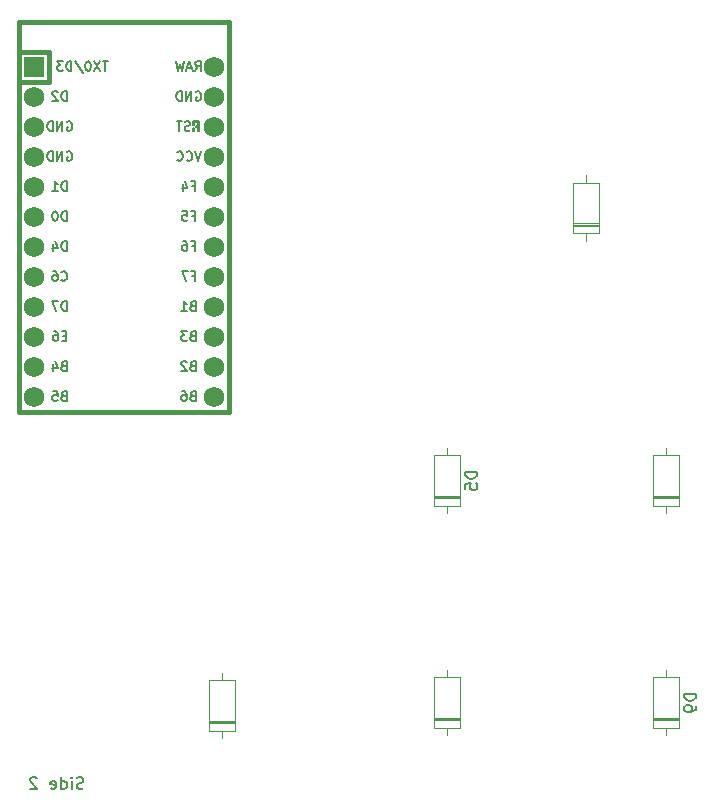
<source format=gbr>
%TF.GenerationSoftware,KiCad,Pcbnew,(6.0.0-rc1-291-g863699f2d1)*%
%TF.CreationDate,2021-12-02T17:31:09-06:00*%
%TF.ProjectId,Kinetic.Pad,4b696e65-7469-4632-9e50-61642e6b6963,rev?*%
%TF.SameCoordinates,Original*%
%TF.FileFunction,Legend,Bot*%
%TF.FilePolarity,Positive*%
%FSLAX46Y46*%
G04 Gerber Fmt 4.6, Leading zero omitted, Abs format (unit mm)*
G04 Created by KiCad (PCBNEW (6.0.0-rc1-291-g863699f2d1)) date 2021-12-02 17:31:09*
%MOMM*%
%LPD*%
G01*
G04 APERTURE LIST*
%ADD10C,0.150000*%
%ADD11C,0.381000*%
%ADD12C,0.120000*%
%ADD13R,1.752600X1.752600*%
%ADD14C,1.752600*%
G04 APERTURE END LIST*
D10*
X214986904Y-83589761D02*
X214844047Y-83637380D01*
X214605952Y-83637380D01*
X214510714Y-83589761D01*
X214463095Y-83542142D01*
X214415476Y-83446904D01*
X214415476Y-83351666D01*
X214463095Y-83256428D01*
X214510714Y-83208809D01*
X214605952Y-83161190D01*
X214796428Y-83113571D01*
X214891666Y-83065952D01*
X214939285Y-83018333D01*
X214986904Y-82923095D01*
X214986904Y-82827857D01*
X214939285Y-82732619D01*
X214891666Y-82685000D01*
X214796428Y-82637380D01*
X214558333Y-82637380D01*
X214415476Y-82685000D01*
X213986904Y-83637380D02*
X213986904Y-82970714D01*
X213986904Y-82637380D02*
X214034523Y-82685000D01*
X213986904Y-82732619D01*
X213939285Y-82685000D01*
X213986904Y-82637380D01*
X213986904Y-82732619D01*
X213082142Y-83637380D02*
X213082142Y-82637380D01*
X213082142Y-83589761D02*
X213177380Y-83637380D01*
X213367857Y-83637380D01*
X213463095Y-83589761D01*
X213510714Y-83542142D01*
X213558333Y-83446904D01*
X213558333Y-83161190D01*
X213510714Y-83065952D01*
X213463095Y-83018333D01*
X213367857Y-82970714D01*
X213177380Y-82970714D01*
X213082142Y-83018333D01*
X212225000Y-83589761D02*
X212320238Y-83637380D01*
X212510714Y-83637380D01*
X212605952Y-83589761D01*
X212653571Y-83494523D01*
X212653571Y-83113571D01*
X212605952Y-83018333D01*
X212510714Y-82970714D01*
X212320238Y-82970714D01*
X212225000Y-83018333D01*
X212177380Y-83113571D01*
X212177380Y-83208809D01*
X212653571Y-83304047D01*
X211034523Y-82732619D02*
X210986904Y-82685000D01*
X210891666Y-82637380D01*
X210653571Y-82637380D01*
X210558333Y-82685000D01*
X210510714Y-82732619D01*
X210463095Y-82827857D01*
X210463095Y-82923095D01*
X210510714Y-83065952D01*
X211082142Y-83637380D01*
X210463095Y-83637380D01*
%TO.C,U1*%
X224224809Y-50361857D02*
X224110523Y-50399952D01*
X224072428Y-50438047D01*
X224034333Y-50514238D01*
X224034333Y-50628523D01*
X224072428Y-50704714D01*
X224110523Y-50742809D01*
X224186714Y-50780904D01*
X224491476Y-50780904D01*
X224491476Y-49980904D01*
X224224809Y-49980904D01*
X224148619Y-50019000D01*
X224110523Y-50057095D01*
X224072428Y-50133285D01*
X224072428Y-50209476D01*
X224110523Y-50285666D01*
X224148619Y-50323761D01*
X224224809Y-50361857D01*
X224491476Y-50361857D01*
X223348619Y-49980904D02*
X223501000Y-49980904D01*
X223577190Y-50019000D01*
X223615285Y-50057095D01*
X223691476Y-50171380D01*
X223729571Y-50323761D01*
X223729571Y-50628523D01*
X223691476Y-50704714D01*
X223653380Y-50742809D01*
X223577190Y-50780904D01*
X223424809Y-50780904D01*
X223348619Y-50742809D01*
X223310523Y-50704714D01*
X223272428Y-50628523D01*
X223272428Y-50438047D01*
X223310523Y-50361857D01*
X223348619Y-50323761D01*
X223424809Y-50285666D01*
X223577190Y-50285666D01*
X223653380Y-50323761D01*
X223691476Y-50361857D01*
X223729571Y-50438047D01*
X224967666Y-29660904D02*
X224701000Y-30460904D01*
X224434333Y-29660904D01*
X223710523Y-30384714D02*
X223748619Y-30422809D01*
X223862904Y-30460904D01*
X223939095Y-30460904D01*
X224053380Y-30422809D01*
X224129571Y-30346619D01*
X224167666Y-30270428D01*
X224205761Y-30118047D01*
X224205761Y-30003761D01*
X224167666Y-29851380D01*
X224129571Y-29775190D01*
X224053380Y-29699000D01*
X223939095Y-29660904D01*
X223862904Y-29660904D01*
X223748619Y-29699000D01*
X223710523Y-29737095D01*
X222910523Y-30384714D02*
X222948619Y-30422809D01*
X223062904Y-30460904D01*
X223139095Y-30460904D01*
X223253380Y-30422809D01*
X223329571Y-30346619D01*
X223367666Y-30270428D01*
X223405761Y-30118047D01*
X223405761Y-30003761D01*
X223367666Y-29851380D01*
X223329571Y-29775190D01*
X223253380Y-29699000D01*
X223139095Y-29660904D01*
X223062904Y-29660904D01*
X222948619Y-29699000D01*
X222910523Y-29737095D01*
X213569476Y-33000904D02*
X213569476Y-32200904D01*
X213379000Y-32200904D01*
X213264714Y-32239000D01*
X213188523Y-32315190D01*
X213150428Y-32391380D01*
X213112333Y-32543761D01*
X213112333Y-32658047D01*
X213150428Y-32810428D01*
X213188523Y-32886619D01*
X213264714Y-32962809D01*
X213379000Y-33000904D01*
X213569476Y-33000904D01*
X212350428Y-33000904D02*
X212807571Y-33000904D01*
X212579000Y-33000904D02*
X212579000Y-32200904D01*
X212655190Y-32315190D01*
X212731380Y-32391380D01*
X212807571Y-32429476D01*
X213112333Y-40544714D02*
X213150428Y-40582809D01*
X213264714Y-40620904D01*
X213340904Y-40620904D01*
X213455190Y-40582809D01*
X213531380Y-40506619D01*
X213569476Y-40430428D01*
X213607571Y-40278047D01*
X213607571Y-40163761D01*
X213569476Y-40011380D01*
X213531380Y-39935190D01*
X213455190Y-39859000D01*
X213340904Y-39820904D01*
X213264714Y-39820904D01*
X213150428Y-39859000D01*
X213112333Y-39897095D01*
X212426619Y-39820904D02*
X212579000Y-39820904D01*
X212655190Y-39859000D01*
X212693285Y-39897095D01*
X212769476Y-40011380D01*
X212807571Y-40163761D01*
X212807571Y-40468523D01*
X212769476Y-40544714D01*
X212731380Y-40582809D01*
X212655190Y-40620904D01*
X212502809Y-40620904D01*
X212426619Y-40582809D01*
X212388523Y-40544714D01*
X212350428Y-40468523D01*
X212350428Y-40278047D01*
X212388523Y-40201857D01*
X212426619Y-40163761D01*
X212502809Y-40125666D01*
X212655190Y-40125666D01*
X212731380Y-40163761D01*
X212769476Y-40201857D01*
X212807571Y-40278047D01*
X224167666Y-32581857D02*
X224434333Y-32581857D01*
X224434333Y-33000904D02*
X224434333Y-32200904D01*
X224053380Y-32200904D01*
X223405761Y-32467571D02*
X223405761Y-33000904D01*
X223596238Y-32162809D02*
X223786714Y-32734238D01*
X223291476Y-32734238D01*
X224167666Y-40201857D02*
X224434333Y-40201857D01*
X224434333Y-40620904D02*
X224434333Y-39820904D01*
X224053380Y-39820904D01*
X223824809Y-39820904D02*
X223291476Y-39820904D01*
X223634333Y-40620904D01*
X213569476Y-25380904D02*
X213569476Y-24580904D01*
X213379000Y-24580904D01*
X213264714Y-24619000D01*
X213188523Y-24695190D01*
X213150428Y-24771380D01*
X213112333Y-24923761D01*
X213112333Y-25038047D01*
X213150428Y-25190428D01*
X213188523Y-25266619D01*
X213264714Y-25342809D01*
X213379000Y-25380904D01*
X213569476Y-25380904D01*
X212807571Y-24657095D02*
X212769476Y-24619000D01*
X212693285Y-24580904D01*
X212502809Y-24580904D01*
X212426619Y-24619000D01*
X212388523Y-24657095D01*
X212350428Y-24733285D01*
X212350428Y-24809476D01*
X212388523Y-24923761D01*
X212845666Y-25380904D01*
X212350428Y-25380904D01*
X213569476Y-43160904D02*
X213569476Y-42360904D01*
X213379000Y-42360904D01*
X213264714Y-42399000D01*
X213188523Y-42475190D01*
X213150428Y-42551380D01*
X213112333Y-42703761D01*
X213112333Y-42818047D01*
X213150428Y-42970428D01*
X213188523Y-43046619D01*
X213264714Y-43122809D01*
X213379000Y-43160904D01*
X213569476Y-43160904D01*
X212845666Y-42360904D02*
X212312333Y-42360904D01*
X212655190Y-43160904D01*
X213588523Y-29699000D02*
X213664714Y-29660904D01*
X213779000Y-29660904D01*
X213893285Y-29699000D01*
X213969476Y-29775190D01*
X214007571Y-29851380D01*
X214045666Y-30003761D01*
X214045666Y-30118047D01*
X214007571Y-30270428D01*
X213969476Y-30346619D01*
X213893285Y-30422809D01*
X213779000Y-30460904D01*
X213702809Y-30460904D01*
X213588523Y-30422809D01*
X213550428Y-30384714D01*
X213550428Y-30118047D01*
X213702809Y-30118047D01*
X213207571Y-30460904D02*
X213207571Y-29660904D01*
X212750428Y-30460904D01*
X212750428Y-29660904D01*
X212369476Y-30460904D02*
X212369476Y-29660904D01*
X212179000Y-29660904D01*
X212064714Y-29699000D01*
X211988523Y-29775190D01*
X211950428Y-29851380D01*
X211912333Y-30003761D01*
X211912333Y-30118047D01*
X211950428Y-30270428D01*
X211988523Y-30346619D01*
X212064714Y-30422809D01*
X212179000Y-30460904D01*
X212369476Y-30460904D01*
X217058604Y-22040904D02*
X216601461Y-22040904D01*
X216830032Y-22840904D02*
X216830032Y-22040904D01*
X216410985Y-22040904D02*
X215877651Y-22840904D01*
X215877651Y-22040904D02*
X216410985Y-22840904D01*
X215420508Y-22040904D02*
X215344318Y-22040904D01*
X215268128Y-22079000D01*
X215230032Y-22117095D01*
X215191937Y-22193285D01*
X215153842Y-22345666D01*
X215153842Y-22536142D01*
X215191937Y-22688523D01*
X215230032Y-22764714D01*
X215268128Y-22802809D01*
X215344318Y-22840904D01*
X215420508Y-22840904D01*
X215496699Y-22802809D01*
X215534794Y-22764714D01*
X215572889Y-22688523D01*
X215610985Y-22536142D01*
X215610985Y-22345666D01*
X215572889Y-22193285D01*
X215534794Y-22117095D01*
X215496699Y-22079000D01*
X215420508Y-22040904D01*
X214239556Y-22002809D02*
X214925270Y-23031380D01*
X213972889Y-22840904D02*
X213972889Y-22040904D01*
X213782413Y-22040904D01*
X213668128Y-22079000D01*
X213591937Y-22155190D01*
X213553842Y-22231380D01*
X213515747Y-22383761D01*
X213515747Y-22498047D01*
X213553842Y-22650428D01*
X213591937Y-22726619D01*
X213668128Y-22802809D01*
X213782413Y-22840904D01*
X213972889Y-22840904D01*
X213249080Y-22040904D02*
X212753842Y-22040904D01*
X213020508Y-22345666D01*
X212906223Y-22345666D01*
X212830032Y-22383761D01*
X212791937Y-22421857D01*
X212753842Y-22498047D01*
X212753842Y-22688523D01*
X212791937Y-22764714D01*
X212830032Y-22802809D01*
X212906223Y-22840904D01*
X213134794Y-22840904D01*
X213210985Y-22802809D01*
X213249080Y-22764714D01*
X224510523Y-24619000D02*
X224586714Y-24580904D01*
X224701000Y-24580904D01*
X224815285Y-24619000D01*
X224891476Y-24695190D01*
X224929571Y-24771380D01*
X224967666Y-24923761D01*
X224967666Y-25038047D01*
X224929571Y-25190428D01*
X224891476Y-25266619D01*
X224815285Y-25342809D01*
X224701000Y-25380904D01*
X224624809Y-25380904D01*
X224510523Y-25342809D01*
X224472428Y-25304714D01*
X224472428Y-25038047D01*
X224624809Y-25038047D01*
X224129571Y-25380904D02*
X224129571Y-24580904D01*
X223672428Y-25380904D01*
X223672428Y-24580904D01*
X223291476Y-25380904D02*
X223291476Y-24580904D01*
X223101000Y-24580904D01*
X222986714Y-24619000D01*
X222910523Y-24695190D01*
X222872428Y-24771380D01*
X222834333Y-24923761D01*
X222834333Y-25038047D01*
X222872428Y-25190428D01*
X222910523Y-25266619D01*
X222986714Y-25342809D01*
X223101000Y-25380904D01*
X223291476Y-25380904D01*
X213569476Y-35540904D02*
X213569476Y-34740904D01*
X213379000Y-34740904D01*
X213264714Y-34779000D01*
X213188523Y-34855190D01*
X213150428Y-34931380D01*
X213112333Y-35083761D01*
X213112333Y-35198047D01*
X213150428Y-35350428D01*
X213188523Y-35426619D01*
X213264714Y-35502809D01*
X213379000Y-35540904D01*
X213569476Y-35540904D01*
X212617095Y-34740904D02*
X212540904Y-34740904D01*
X212464714Y-34779000D01*
X212426619Y-34817095D01*
X212388523Y-34893285D01*
X212350428Y-35045666D01*
X212350428Y-35236142D01*
X212388523Y-35388523D01*
X212426619Y-35464714D01*
X212464714Y-35502809D01*
X212540904Y-35540904D01*
X212617095Y-35540904D01*
X212693285Y-35502809D01*
X212731380Y-35464714D01*
X212769476Y-35388523D01*
X212807571Y-35236142D01*
X212807571Y-35045666D01*
X212769476Y-34893285D01*
X212731380Y-34817095D01*
X212693285Y-34779000D01*
X212617095Y-34740904D01*
X213302809Y-50361857D02*
X213188523Y-50399952D01*
X213150428Y-50438047D01*
X213112333Y-50514238D01*
X213112333Y-50628523D01*
X213150428Y-50704714D01*
X213188523Y-50742809D01*
X213264714Y-50780904D01*
X213569476Y-50780904D01*
X213569476Y-49980904D01*
X213302809Y-49980904D01*
X213226619Y-50019000D01*
X213188523Y-50057095D01*
X213150428Y-50133285D01*
X213150428Y-50209476D01*
X213188523Y-50285666D01*
X213226619Y-50323761D01*
X213302809Y-50361857D01*
X213569476Y-50361857D01*
X212388523Y-49980904D02*
X212769476Y-49980904D01*
X212807571Y-50361857D01*
X212769476Y-50323761D01*
X212693285Y-50285666D01*
X212502809Y-50285666D01*
X212426619Y-50323761D01*
X212388523Y-50361857D01*
X212350428Y-50438047D01*
X212350428Y-50628523D01*
X212388523Y-50704714D01*
X212426619Y-50742809D01*
X212502809Y-50780904D01*
X212693285Y-50780904D01*
X212769476Y-50742809D01*
X212807571Y-50704714D01*
X213588523Y-27159000D02*
X213664714Y-27120904D01*
X213779000Y-27120904D01*
X213893285Y-27159000D01*
X213969476Y-27235190D01*
X214007571Y-27311380D01*
X214045666Y-27463761D01*
X214045666Y-27578047D01*
X214007571Y-27730428D01*
X213969476Y-27806619D01*
X213893285Y-27882809D01*
X213779000Y-27920904D01*
X213702809Y-27920904D01*
X213588523Y-27882809D01*
X213550428Y-27844714D01*
X213550428Y-27578047D01*
X213702809Y-27578047D01*
X213207571Y-27920904D02*
X213207571Y-27120904D01*
X212750428Y-27920904D01*
X212750428Y-27120904D01*
X212369476Y-27920904D02*
X212369476Y-27120904D01*
X212179000Y-27120904D01*
X212064714Y-27159000D01*
X211988523Y-27235190D01*
X211950428Y-27311380D01*
X211912333Y-27463761D01*
X211912333Y-27578047D01*
X211950428Y-27730428D01*
X211988523Y-27806619D01*
X212064714Y-27882809D01*
X212179000Y-27920904D01*
X212369476Y-27920904D01*
X224453380Y-22840904D02*
X224720047Y-22459952D01*
X224910523Y-22840904D02*
X224910523Y-22040904D01*
X224605761Y-22040904D01*
X224529571Y-22079000D01*
X224491476Y-22117095D01*
X224453380Y-22193285D01*
X224453380Y-22307571D01*
X224491476Y-22383761D01*
X224529571Y-22421857D01*
X224605761Y-22459952D01*
X224910523Y-22459952D01*
X224148619Y-22612333D02*
X223767666Y-22612333D01*
X224224809Y-22840904D02*
X223958142Y-22040904D01*
X223691476Y-22840904D01*
X223501000Y-22040904D02*
X223310523Y-22840904D01*
X223158142Y-22269476D01*
X223005761Y-22840904D01*
X222815285Y-22040904D01*
X224224809Y-45281857D02*
X224110523Y-45319952D01*
X224072428Y-45358047D01*
X224034333Y-45434238D01*
X224034333Y-45548523D01*
X224072428Y-45624714D01*
X224110523Y-45662809D01*
X224186714Y-45700904D01*
X224491476Y-45700904D01*
X224491476Y-44900904D01*
X224224809Y-44900904D01*
X224148619Y-44939000D01*
X224110523Y-44977095D01*
X224072428Y-45053285D01*
X224072428Y-45129476D01*
X224110523Y-45205666D01*
X224148619Y-45243761D01*
X224224809Y-45281857D01*
X224491476Y-45281857D01*
X223767666Y-44900904D02*
X223272428Y-44900904D01*
X223539095Y-45205666D01*
X223424809Y-45205666D01*
X223348619Y-45243761D01*
X223310523Y-45281857D01*
X223272428Y-45358047D01*
X223272428Y-45548523D01*
X223310523Y-45624714D01*
X223348619Y-45662809D01*
X223424809Y-45700904D01*
X223653380Y-45700904D01*
X223729571Y-45662809D01*
X223767666Y-45624714D01*
X224167666Y-35121857D02*
X224434333Y-35121857D01*
X224434333Y-35540904D02*
X224434333Y-34740904D01*
X224053380Y-34740904D01*
X223367666Y-34740904D02*
X223748619Y-34740904D01*
X223786714Y-35121857D01*
X223748619Y-35083761D01*
X223672428Y-35045666D01*
X223481952Y-35045666D01*
X223405761Y-35083761D01*
X223367666Y-35121857D01*
X223329571Y-35198047D01*
X223329571Y-35388523D01*
X223367666Y-35464714D01*
X223405761Y-35502809D01*
X223481952Y-35540904D01*
X223672428Y-35540904D01*
X223748619Y-35502809D01*
X223786714Y-35464714D01*
X224224809Y-47821857D02*
X224110523Y-47859952D01*
X224072428Y-47898047D01*
X224034333Y-47974238D01*
X224034333Y-48088523D01*
X224072428Y-48164714D01*
X224110523Y-48202809D01*
X224186714Y-48240904D01*
X224491476Y-48240904D01*
X224491476Y-47440904D01*
X224224809Y-47440904D01*
X224148619Y-47479000D01*
X224110523Y-47517095D01*
X224072428Y-47593285D01*
X224072428Y-47669476D01*
X224110523Y-47745666D01*
X224148619Y-47783761D01*
X224224809Y-47821857D01*
X224491476Y-47821857D01*
X223729571Y-47517095D02*
X223691476Y-47479000D01*
X223615285Y-47440904D01*
X223424809Y-47440904D01*
X223348619Y-47479000D01*
X223310523Y-47517095D01*
X223272428Y-47593285D01*
X223272428Y-47669476D01*
X223310523Y-47783761D01*
X223767666Y-48240904D01*
X223272428Y-48240904D01*
X224167666Y-37661857D02*
X224434333Y-37661857D01*
X224434333Y-38080904D02*
X224434333Y-37280904D01*
X224053380Y-37280904D01*
X223405761Y-37280904D02*
X223558142Y-37280904D01*
X223634333Y-37319000D01*
X223672428Y-37357095D01*
X223748619Y-37471380D01*
X223786714Y-37623761D01*
X223786714Y-37928523D01*
X223748619Y-38004714D01*
X223710523Y-38042809D01*
X223634333Y-38080904D01*
X223481952Y-38080904D01*
X223405761Y-38042809D01*
X223367666Y-38004714D01*
X223329571Y-37928523D01*
X223329571Y-37738047D01*
X223367666Y-37661857D01*
X223405761Y-37623761D01*
X223481952Y-37585666D01*
X223634333Y-37585666D01*
X223710523Y-37623761D01*
X223748619Y-37661857D01*
X223786714Y-37738047D01*
X213569476Y-38080904D02*
X213569476Y-37280904D01*
X213379000Y-37280904D01*
X213264714Y-37319000D01*
X213188523Y-37395190D01*
X213150428Y-37471380D01*
X213112333Y-37623761D01*
X213112333Y-37738047D01*
X213150428Y-37890428D01*
X213188523Y-37966619D01*
X213264714Y-38042809D01*
X213379000Y-38080904D01*
X213569476Y-38080904D01*
X212426619Y-37547571D02*
X212426619Y-38080904D01*
X212617095Y-37242809D02*
X212807571Y-37814238D01*
X212312333Y-37814238D01*
X224224809Y-42741857D02*
X224110523Y-42779952D01*
X224072428Y-42818047D01*
X224034333Y-42894238D01*
X224034333Y-43008523D01*
X224072428Y-43084714D01*
X224110523Y-43122809D01*
X224186714Y-43160904D01*
X224491476Y-43160904D01*
X224491476Y-42360904D01*
X224224809Y-42360904D01*
X224148619Y-42399000D01*
X224110523Y-42437095D01*
X224072428Y-42513285D01*
X224072428Y-42589476D01*
X224110523Y-42665666D01*
X224148619Y-42703761D01*
X224224809Y-42741857D01*
X224491476Y-42741857D01*
X223272428Y-43160904D02*
X223729571Y-43160904D01*
X223501000Y-43160904D02*
X223501000Y-42360904D01*
X223577190Y-42475190D01*
X223653380Y-42551380D01*
X223729571Y-42589476D01*
X213531380Y-45281857D02*
X213264714Y-45281857D01*
X213150428Y-45700904D02*
X213531380Y-45700904D01*
X213531380Y-44900904D01*
X213150428Y-44900904D01*
X212464714Y-44900904D02*
X212617095Y-44900904D01*
X212693285Y-44939000D01*
X212731380Y-44977095D01*
X212807571Y-45091380D01*
X212845666Y-45243761D01*
X212845666Y-45548523D01*
X212807571Y-45624714D01*
X212769476Y-45662809D01*
X212693285Y-45700904D01*
X212540904Y-45700904D01*
X212464714Y-45662809D01*
X212426619Y-45624714D01*
X212388523Y-45548523D01*
X212388523Y-45358047D01*
X212426619Y-45281857D01*
X212464714Y-45243761D01*
X212540904Y-45205666D01*
X212693285Y-45205666D01*
X212769476Y-45243761D01*
X212807571Y-45281857D01*
X212845666Y-45358047D01*
X213302809Y-47821857D02*
X213188523Y-47859952D01*
X213150428Y-47898047D01*
X213112333Y-47974238D01*
X213112333Y-48088523D01*
X213150428Y-48164714D01*
X213188523Y-48202809D01*
X213264714Y-48240904D01*
X213569476Y-48240904D01*
X213569476Y-47440904D01*
X213302809Y-47440904D01*
X213226619Y-47479000D01*
X213188523Y-47517095D01*
X213150428Y-47593285D01*
X213150428Y-47669476D01*
X213188523Y-47745666D01*
X213226619Y-47783761D01*
X213302809Y-47821857D01*
X213569476Y-47821857D01*
X212426619Y-47707571D02*
X212426619Y-48240904D01*
X212617095Y-47402809D02*
X212807571Y-47974238D01*
X212312333Y-47974238D01*
X224013333Y-27862809D02*
X223899047Y-27900904D01*
X223708571Y-27900904D01*
X223632380Y-27862809D01*
X223594285Y-27824714D01*
X223556190Y-27748523D01*
X223556190Y-27672333D01*
X223594285Y-27596142D01*
X223632380Y-27558047D01*
X223708571Y-27519952D01*
X223860952Y-27481857D01*
X223937142Y-27443761D01*
X223975238Y-27405666D01*
X224013333Y-27329476D01*
X224013333Y-27253285D01*
X223975238Y-27177095D01*
X223937142Y-27139000D01*
X223860952Y-27100904D01*
X223670476Y-27100904D01*
X223556190Y-27139000D01*
X223327619Y-27100904D02*
X222870476Y-27100904D01*
X223099047Y-27900904D02*
X223099047Y-27100904D01*
%TO.C,D5*%
X248317380Y-56792904D02*
X247317380Y-56792904D01*
X247317380Y-57031000D01*
X247365000Y-57173857D01*
X247460238Y-57269095D01*
X247555476Y-57316714D01*
X247745952Y-57364333D01*
X247888809Y-57364333D01*
X248079285Y-57316714D01*
X248174523Y-57269095D01*
X248269761Y-57173857D01*
X248317380Y-57031000D01*
X248317380Y-56792904D01*
X247317380Y-58269095D02*
X247317380Y-57792904D01*
X247793571Y-57745285D01*
X247745952Y-57792904D01*
X247698333Y-57888142D01*
X247698333Y-58126238D01*
X247745952Y-58221476D01*
X247793571Y-58269095D01*
X247888809Y-58316714D01*
X248126904Y-58316714D01*
X248222142Y-58269095D01*
X248269761Y-58221476D01*
X248317380Y-58126238D01*
X248317380Y-57888142D01*
X248269761Y-57792904D01*
X248222142Y-57745285D01*
%TO.C,D9*%
X266859380Y-75588904D02*
X265859380Y-75588904D01*
X265859380Y-75827000D01*
X265907000Y-75969857D01*
X266002238Y-76065095D01*
X266097476Y-76112714D01*
X266287952Y-76160333D01*
X266430809Y-76160333D01*
X266621285Y-76112714D01*
X266716523Y-76065095D01*
X266811761Y-75969857D01*
X266859380Y-75827000D01*
X266859380Y-75588904D01*
X266859380Y-76636523D02*
X266859380Y-76827000D01*
X266811761Y-76922238D01*
X266764142Y-76969857D01*
X266621285Y-77065095D01*
X266430809Y-77112714D01*
X266049857Y-77112714D01*
X265954619Y-77065095D01*
X265907000Y-77017476D01*
X265859380Y-76922238D01*
X265859380Y-76731761D01*
X265907000Y-76636523D01*
X265954619Y-76588904D01*
X266049857Y-76541285D01*
X266287952Y-76541285D01*
X266383190Y-76588904D01*
X266430809Y-76636523D01*
X266478428Y-76731761D01*
X266478428Y-76922238D01*
X266430809Y-77017476D01*
X266383190Y-77065095D01*
X266287952Y-77112714D01*
D11*
%TO.C,U1*%
X209550000Y-18669000D02*
X209550000Y-51689000D01*
X227330000Y-51689000D02*
X227330000Y-18669000D01*
X212090000Y-21209000D02*
X212090000Y-23749000D01*
X227330000Y-18669000D02*
X209550000Y-18669000D01*
X209550000Y-51689000D02*
X227330000Y-51689000D01*
X212090000Y-21209000D02*
X209550000Y-21209000D01*
X212090000Y-23749000D02*
X209550000Y-23749000D01*
D10*
X224284635Y-27098030D02*
X224284635Y-27398030D01*
X224284635Y-27398030D02*
X224384635Y-27398030D01*
X224384635Y-27398030D02*
X224384635Y-27098030D01*
X224384635Y-27098030D02*
X224284635Y-27098030D01*
G36*
X224384635Y-27398030D02*
G01*
X224284635Y-27398030D01*
X224284635Y-27098030D01*
X224384635Y-27098030D01*
X224384635Y-27398030D01*
G37*
X224384635Y-27398030D02*
X224284635Y-27398030D01*
X224284635Y-27098030D01*
X224384635Y-27098030D01*
X224384635Y-27398030D01*
X224284635Y-27698030D02*
X224284635Y-27898030D01*
X224284635Y-27898030D02*
X224384635Y-27898030D01*
X224384635Y-27898030D02*
X224384635Y-27698030D01*
X224384635Y-27698030D02*
X224284635Y-27698030D01*
G36*
X224384635Y-27898030D02*
G01*
X224284635Y-27898030D01*
X224284635Y-27698030D01*
X224384635Y-27698030D01*
X224384635Y-27898030D01*
G37*
X224384635Y-27898030D02*
X224284635Y-27898030D01*
X224284635Y-27698030D01*
X224384635Y-27698030D01*
X224384635Y-27898030D01*
X224484635Y-27498030D02*
X224484635Y-27598030D01*
X224484635Y-27598030D02*
X224584635Y-27598030D01*
X224584635Y-27598030D02*
X224584635Y-27498030D01*
X224584635Y-27498030D02*
X224484635Y-27498030D01*
G36*
X224584635Y-27598030D02*
G01*
X224484635Y-27598030D01*
X224484635Y-27498030D01*
X224584635Y-27498030D01*
X224584635Y-27598030D01*
G37*
X224584635Y-27598030D02*
X224484635Y-27598030D01*
X224484635Y-27498030D01*
X224584635Y-27498030D01*
X224584635Y-27598030D01*
X224284635Y-27098030D02*
X224284635Y-27198030D01*
X224284635Y-27198030D02*
X224784635Y-27198030D01*
X224784635Y-27198030D02*
X224784635Y-27098030D01*
X224784635Y-27098030D02*
X224284635Y-27098030D01*
G36*
X224784635Y-27198030D02*
G01*
X224284635Y-27198030D01*
X224284635Y-27098030D01*
X224784635Y-27098030D01*
X224784635Y-27198030D01*
G37*
X224784635Y-27198030D02*
X224284635Y-27198030D01*
X224284635Y-27098030D01*
X224784635Y-27098030D01*
X224784635Y-27198030D01*
X224684635Y-27098030D02*
X224684635Y-27898030D01*
X224684635Y-27898030D02*
X224784635Y-27898030D01*
X224784635Y-27898030D02*
X224784635Y-27098030D01*
X224784635Y-27098030D02*
X224684635Y-27098030D01*
G36*
X224784635Y-27898030D02*
G01*
X224684635Y-27898030D01*
X224684635Y-27098030D01*
X224784635Y-27098030D01*
X224784635Y-27898030D01*
G37*
X224784635Y-27898030D02*
X224684635Y-27898030D01*
X224684635Y-27098030D01*
X224784635Y-27098030D01*
X224784635Y-27898030D01*
D12*
%TO.C,D3*%
X225575000Y-78701000D02*
X225575000Y-74461000D01*
X226695000Y-79351000D02*
X226695000Y-78701000D01*
X227815000Y-78101000D02*
X225575000Y-78101000D01*
X226695000Y-73811000D02*
X226695000Y-74461000D01*
X227815000Y-74461000D02*
X227815000Y-78701000D01*
X225575000Y-74461000D02*
X227815000Y-74461000D01*
X227815000Y-77981000D02*
X225575000Y-77981000D01*
X227815000Y-78701000D02*
X225575000Y-78701000D01*
X227815000Y-77861000D02*
X225575000Y-77861000D01*
%TO.C,D5*%
X244625000Y-59651000D02*
X244625000Y-55411000D01*
X246865000Y-55411000D02*
X246865000Y-59651000D01*
X246865000Y-58931000D02*
X244625000Y-58931000D01*
X246865000Y-58811000D02*
X244625000Y-58811000D01*
X245745000Y-54761000D02*
X245745000Y-55411000D01*
X246865000Y-59651000D02*
X244625000Y-59651000D01*
X246865000Y-59051000D02*
X244625000Y-59051000D01*
X244625000Y-55411000D02*
X246865000Y-55411000D01*
X245745000Y-60301000D02*
X245745000Y-59651000D01*
%TO.C,D6*%
X246865000Y-78447000D02*
X244625000Y-78447000D01*
X244625000Y-78447000D02*
X244625000Y-74207000D01*
X246865000Y-77847000D02*
X244625000Y-77847000D01*
X246865000Y-77727000D02*
X244625000Y-77727000D01*
X246865000Y-74207000D02*
X246865000Y-78447000D01*
X244625000Y-74207000D02*
X246865000Y-74207000D01*
X245745000Y-79097000D02*
X245745000Y-78447000D01*
X245745000Y-73557000D02*
X245745000Y-74207000D01*
X246865000Y-77607000D02*
X244625000Y-77607000D01*
%TO.C,D8*%
X263167000Y-55411000D02*
X265407000Y-55411000D01*
X263167000Y-59651000D02*
X263167000Y-55411000D01*
X265407000Y-59651000D02*
X263167000Y-59651000D01*
X265407000Y-58931000D02*
X263167000Y-58931000D01*
X265407000Y-59051000D02*
X263167000Y-59051000D01*
X264287000Y-60301000D02*
X264287000Y-59651000D01*
X264287000Y-54761000D02*
X264287000Y-55411000D01*
X265407000Y-58811000D02*
X263167000Y-58811000D01*
X265407000Y-55411000D02*
X265407000Y-59651000D01*
%TO.C,D7*%
X258676000Y-35987800D02*
X256436000Y-35987800D01*
X256436000Y-32347800D02*
X258676000Y-32347800D01*
X258676000Y-36587800D02*
X256436000Y-36587800D01*
X257556000Y-31697800D02*
X257556000Y-32347800D01*
X258676000Y-35867800D02*
X256436000Y-35867800D01*
X256436000Y-36587800D02*
X256436000Y-32347800D01*
X258676000Y-35747800D02*
X256436000Y-35747800D01*
X258676000Y-32347800D02*
X258676000Y-36587800D01*
X257556000Y-37237800D02*
X257556000Y-36587800D01*
%TO.C,D9*%
X265407000Y-78447000D02*
X263167000Y-78447000D01*
X265407000Y-74207000D02*
X265407000Y-78447000D01*
X265407000Y-77847000D02*
X263167000Y-77847000D01*
X263167000Y-78447000D02*
X263167000Y-74207000D01*
X265407000Y-77727000D02*
X263167000Y-77727000D01*
X264287000Y-79097000D02*
X264287000Y-78447000D01*
X263167000Y-74207000D02*
X265407000Y-74207000D01*
X264287000Y-73557000D02*
X264287000Y-74207000D01*
X265407000Y-77607000D02*
X263167000Y-77607000D01*
%TD*%
D13*
%TO.C,U1*%
X210820000Y-22479000D03*
D14*
X210820000Y-25019000D03*
X210820000Y-27559000D03*
X210820000Y-30099000D03*
X210820000Y-32639000D03*
X210820000Y-35179000D03*
X210820000Y-37719000D03*
X210820000Y-40259000D03*
X210820000Y-42799000D03*
X210820000Y-45339000D03*
X210820000Y-47879000D03*
X210820000Y-50419000D03*
X226060000Y-50419000D03*
X226060000Y-47879000D03*
X226060000Y-45339000D03*
X226060000Y-42799000D03*
X226060000Y-40259000D03*
X226060000Y-37719000D03*
X226060000Y-35179000D03*
X226060000Y-32639000D03*
X226060000Y-30099000D03*
X226060000Y-27559000D03*
X226060000Y-25019000D03*
X226060000Y-22479000D03*
%TD*%
M02*

</source>
